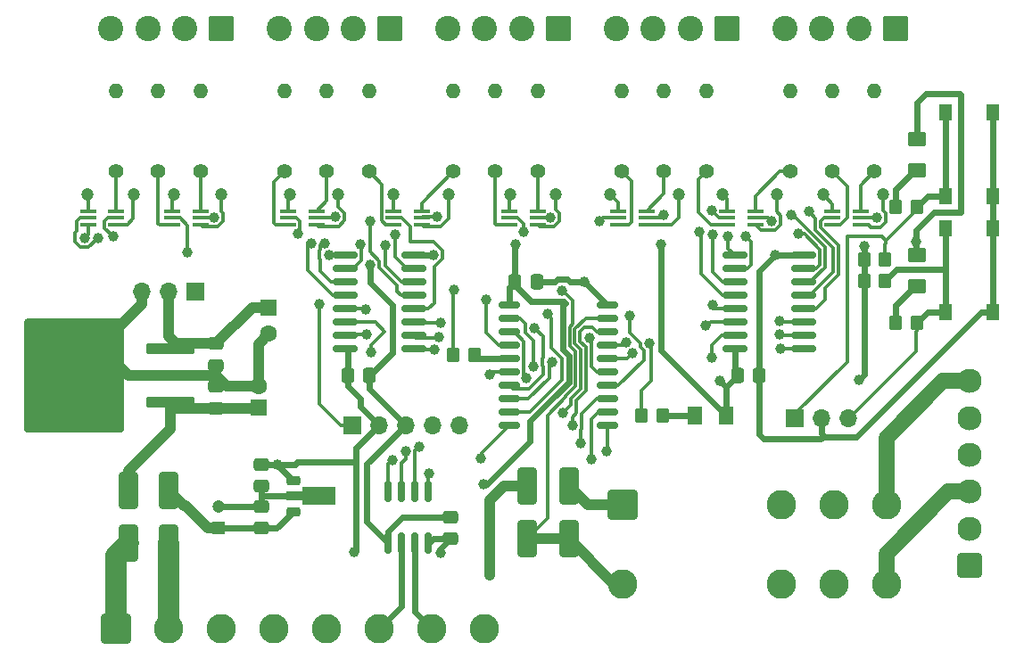
<source format=gbr>
%TF.GenerationSoftware,KiCad,Pcbnew,9.0.0*%
%TF.CreationDate,2025-03-26T17:15:45-07:00*%
%TF.ProjectId,SMRRC_SwitchAndSignal,534d5252-435f-4537-9769-746368416e64,n/c*%
%TF.SameCoordinates,Original*%
%TF.FileFunction,Copper,L1,Top*%
%TF.FilePolarity,Positive*%
%FSLAX46Y46*%
G04 Gerber Fmt 4.6, Leading zero omitted, Abs format (unit mm)*
G04 Created by KiCad (PCBNEW 9.0.0) date 2025-03-26 17:15:45*
%MOMM*%
%LPD*%
G01*
G04 APERTURE LIST*
G04 Aperture macros list*
%AMRoundRect*
0 Rectangle with rounded corners*
0 $1 Rounding radius*
0 $2 $3 $4 $5 $6 $7 $8 $9 X,Y pos of 4 corners*
0 Add a 4 corners polygon primitive as box body*
4,1,4,$2,$3,$4,$5,$6,$7,$8,$9,$2,$3,0*
0 Add four circle primitives for the rounded corners*
1,1,$1+$1,$2,$3*
1,1,$1+$1,$4,$5*
1,1,$1+$1,$6,$7*
1,1,$1+$1,$8,$9*
0 Add four rect primitives between the rounded corners*
20,1,$1+$1,$2,$3,$4,$5,0*
20,1,$1+$1,$4,$5,$6,$7,0*
20,1,$1+$1,$6,$7,$8,$9,0*
20,1,$1+$1,$8,$9,$2,$3,0*%
%AMFreePoly0*
4,1,9,3.862500,-0.866500,0.737500,-0.866500,0.737500,-0.450000,-0.737500,-0.450000,-0.737500,0.450000,0.737500,0.450000,0.737500,0.866500,3.862500,0.866500,3.862500,-0.866500,3.862500,-0.866500,$1*%
G04 Aperture macros list end*
%TA.AperFunction,SMDPad,CuDef*%
%ADD10RoundRect,0.100000X-0.650000X-0.100000X0.650000X-0.100000X0.650000X0.100000X-0.650000X0.100000X0*%
%TD*%
%TA.AperFunction,SMDPad,CuDef*%
%ADD11RoundRect,0.150000X1.050000X0.150000X-1.050000X0.150000X-1.050000X-0.150000X1.050000X-0.150000X0*%
%TD*%
%TA.AperFunction,SMDPad,CuDef*%
%ADD12RoundRect,0.150000X-0.150000X0.825000X-0.150000X-0.825000X0.150000X-0.825000X0.150000X0.825000X0*%
%TD*%
%TA.AperFunction,SMDPad,CuDef*%
%ADD13RoundRect,0.150000X-0.875000X-0.150000X0.875000X-0.150000X0.875000X0.150000X-0.875000X0.150000X0*%
%TD*%
%TA.AperFunction,SMDPad,CuDef*%
%ADD14RoundRect,0.250000X2.050000X0.300000X-2.050000X0.300000X-2.050000X-0.300000X2.050000X-0.300000X0*%
%TD*%
%TA.AperFunction,SMDPad,CuDef*%
%ADD15RoundRect,0.250000X2.025000X2.375000X-2.025000X2.375000X-2.025000X-2.375000X2.025000X-2.375000X0*%
%TD*%
%TA.AperFunction,SMDPad,CuDef*%
%ADD16RoundRect,0.250002X4.449998X5.149998X-4.449998X5.149998X-4.449998X-5.149998X4.449998X-5.149998X0*%
%TD*%
%TA.AperFunction,SMDPad,CuDef*%
%ADD17RoundRect,0.225000X-0.425000X-0.225000X0.425000X-0.225000X0.425000X0.225000X-0.425000X0.225000X0*%
%TD*%
%TA.AperFunction,SMDPad,CuDef*%
%ADD18FreePoly0,0.000000*%
%TD*%
%TA.AperFunction,SMDPad,CuDef*%
%ADD19R,1.300000X1.550000*%
%TD*%
%TA.AperFunction,ComponentPad*%
%ADD20C,1.400000*%
%TD*%
%TA.AperFunction,ComponentPad*%
%ADD21O,1.400000X1.400000*%
%TD*%
%TA.AperFunction,SMDPad,CuDef*%
%ADD22RoundRect,0.250000X-0.350000X-0.450000X0.350000X-0.450000X0.350000X0.450000X-0.350000X0.450000X0*%
%TD*%
%TA.AperFunction,SMDPad,CuDef*%
%ADD23RoundRect,0.250000X0.350000X0.450000X-0.350000X0.450000X-0.350000X-0.450000X0.350000X-0.450000X0*%
%TD*%
%TA.AperFunction,ComponentPad*%
%ADD24C,2.800000*%
%TD*%
%TA.AperFunction,ComponentPad*%
%ADD25RoundRect,0.250000X-1.150000X-1.150000X1.150000X-1.150000X1.150000X1.150000X-1.150000X1.150000X0*%
%TD*%
%TA.AperFunction,ComponentPad*%
%ADD26RoundRect,0.250001X0.949999X0.949999X-0.949999X0.949999X-0.949999X-0.949999X0.949999X-0.949999X0*%
%TD*%
%TA.AperFunction,ComponentPad*%
%ADD27C,2.400000*%
%TD*%
%TA.AperFunction,ComponentPad*%
%ADD28RoundRect,0.250001X0.899999X-0.899999X0.899999X0.899999X-0.899999X0.899999X-0.899999X-0.899999X0*%
%TD*%
%TA.AperFunction,ComponentPad*%
%ADD29C,2.300000*%
%TD*%
%TA.AperFunction,ComponentPad*%
%ADD30RoundRect,0.250001X-1.149999X-1.149999X1.149999X-1.149999X1.149999X1.149999X-1.149999X1.149999X0*%
%TD*%
%TA.AperFunction,ComponentPad*%
%ADD31R,1.700000X1.700000*%
%TD*%
%TA.AperFunction,ComponentPad*%
%ADD32O,1.700000X1.700000*%
%TD*%
%TA.AperFunction,SMDPad,CuDef*%
%ADD33RoundRect,0.250000X0.650000X-1.500000X0.650000X1.500000X-0.650000X1.500000X-0.650000X-1.500000X0*%
%TD*%
%TA.AperFunction,SMDPad,CuDef*%
%ADD34RoundRect,0.250000X-0.650000X1.500000X-0.650000X-1.500000X0.650000X-1.500000X0.650000X1.500000X0*%
%TD*%
%TA.AperFunction,SMDPad,CuDef*%
%ADD35RoundRect,0.250001X0.624999X-0.462499X0.624999X0.462499X-0.624999X0.462499X-0.624999X-0.462499X0*%
%TD*%
%TA.AperFunction,SMDPad,CuDef*%
%ADD36RoundRect,0.250001X-0.462499X-0.624999X0.462499X-0.624999X0.462499X0.624999X-0.462499X0.624999X0*%
%TD*%
%TA.AperFunction,SMDPad,CuDef*%
%ADD37RoundRect,0.250000X-0.337500X-0.475000X0.337500X-0.475000X0.337500X0.475000X-0.337500X0.475000X0*%
%TD*%
%TA.AperFunction,ComponentPad*%
%ADD38R,1.600000X1.600000*%
%TD*%
%TA.AperFunction,ComponentPad*%
%ADD39C,1.600000*%
%TD*%
%TA.AperFunction,SMDPad,CuDef*%
%ADD40RoundRect,0.250000X0.475000X-0.337500X0.475000X0.337500X-0.475000X0.337500X-0.475000X-0.337500X0*%
%TD*%
%TA.AperFunction,SMDPad,CuDef*%
%ADD41RoundRect,0.250000X-0.475000X0.337500X-0.475000X-0.337500X0.475000X-0.337500X0.475000X0.337500X0*%
%TD*%
%TA.AperFunction,ComponentPad*%
%ADD42R,1.200000X1.200000*%
%TD*%
%TA.AperFunction,ComponentPad*%
%ADD43C,1.200000*%
%TD*%
%TA.AperFunction,ViaPad*%
%ADD44C,1.000000*%
%TD*%
%TA.AperFunction,ViaPad*%
%ADD45C,1.200000*%
%TD*%
%TA.AperFunction,Conductor*%
%ADD46C,0.300000*%
%TD*%
%TA.AperFunction,Conductor*%
%ADD47C,0.600000*%
%TD*%
%TA.AperFunction,Conductor*%
%ADD48C,1.000000*%
%TD*%
%TA.AperFunction,Conductor*%
%ADD49C,2.000000*%
%TD*%
%TA.AperFunction,Conductor*%
%ADD50C,1.500000*%
%TD*%
G04 APERTURE END LIST*
D10*
%TO.P,U14,1,S1*%
%TO.N,GND*%
X73340000Y-97350000D03*
%TO.P,U14,2,G1*%
%TO.N,Net-(U14-G1)*%
X73340000Y-98000000D03*
%TO.P,U14,3,D2*%
%TO.N,K1*%
X73340000Y-98650000D03*
%TO.P,U14,4,S2*%
%TO.N,GND*%
X76000000Y-98650000D03*
%TO.P,U14,5,G2*%
%TO.N,Net-(U14-G2)*%
X76000000Y-98000000D03*
%TO.P,U14,6,D1*%
%TO.N,Net-(U14-D1)*%
X76000000Y-97350000D03*
%TD*%
%TO.P,U13,1,S1*%
%TO.N,GND*%
X81340000Y-97350000D03*
%TO.P,U13,2,G1*%
%TO.N,Net-(U13-G1)*%
X81340000Y-98000000D03*
%TO.P,U13,3,D2*%
%TO.N,Net-(U13-D2)*%
X81340000Y-98650000D03*
%TO.P,U13,4,S2*%
%TO.N,GND*%
X84000000Y-98650000D03*
%TO.P,U13,5,G2*%
%TO.N,Net-(U13-G2)*%
X84000000Y-98000000D03*
%TO.P,U13,6,D1*%
%TO.N,Net-(U13-D1)*%
X84000000Y-97350000D03*
%TD*%
%TO.P,U12,1,S1*%
%TO.N,GND*%
X92340000Y-97350000D03*
%TO.P,U12,2,G1*%
%TO.N,Net-(U12-G1)*%
X92340000Y-98000000D03*
%TO.P,U12,3,D2*%
%TO.N,Net-(U12-D2)*%
X92340000Y-98650000D03*
%TO.P,U12,4,S2*%
%TO.N,GND*%
X95000000Y-98650000D03*
%TO.P,U12,5,G2*%
%TO.N,Net-(U12-G2)*%
X95000000Y-98000000D03*
%TO.P,U12,6,D1*%
%TO.N,Net-(U12-D1)*%
X95000000Y-97350000D03*
%TD*%
%TO.P,U11,1,S1*%
%TO.N,GND*%
X102340000Y-97350000D03*
%TO.P,U11,2,G1*%
%TO.N,Net-(U11-G1)*%
X102340000Y-98000000D03*
%TO.P,U11,3,D2*%
%TO.N,Net-(U11-D2)*%
X102340000Y-98650000D03*
%TO.P,U11,4,S2*%
%TO.N,GND*%
X105000000Y-98650000D03*
%TO.P,U11,5,G2*%
%TO.N,Net-(U11-G2)*%
X105000000Y-98000000D03*
%TO.P,U11,6,D1*%
%TO.N,Net-(U11-D1)*%
X105000000Y-97350000D03*
%TD*%
%TO.P,U10,1,S1*%
%TO.N,GND*%
X113340000Y-97350000D03*
%TO.P,U10,2,G1*%
%TO.N,Net-(U10-G1)*%
X113340000Y-98000000D03*
%TO.P,U10,3,D2*%
%TO.N,Net-(U10-D2)*%
X113340000Y-98650000D03*
%TO.P,U10,4,S2*%
%TO.N,GND*%
X116000000Y-98650000D03*
%TO.P,U10,5,G2*%
%TO.N,Net-(U10-G2)*%
X116000000Y-98000000D03*
%TO.P,U10,6,D1*%
%TO.N,Net-(U10-D1)*%
X116000000Y-97350000D03*
%TD*%
%TO.P,U9,1,S1*%
%TO.N,GND*%
X123670000Y-97350000D03*
%TO.P,U9,2,G1*%
%TO.N,Net-(U5-Q4)*%
X123670000Y-98000000D03*
%TO.P,U9,3,D2*%
%TO.N,Net-(U9-D2)*%
X123670000Y-98650000D03*
%TO.P,U9,4,S2*%
%TO.N,GND*%
X126330000Y-98650000D03*
%TO.P,U9,5,G2*%
%TO.N,Net-(U5-Q5)*%
X126330000Y-98000000D03*
%TO.P,U9,6,D1*%
%TO.N,Net-(U9-D1)*%
X126330000Y-97350000D03*
%TD*%
%TO.P,U8,1,S1*%
%TO.N,GND*%
X134000000Y-97350000D03*
%TO.P,U8,2,G1*%
%TO.N,Net-(U5-Q2)*%
X134000000Y-98000000D03*
%TO.P,U8,3,D2*%
%TO.N,Net-(U8-D2)*%
X134000000Y-98650000D03*
%TO.P,U8,4,S2*%
%TO.N,GND*%
X136660000Y-98650000D03*
%TO.P,U8,5,G2*%
%TO.N,Net-(U5-Q3)*%
X136660000Y-98000000D03*
%TO.P,U8,6,D1*%
%TO.N,Net-(U8-D1)*%
X136660000Y-97350000D03*
%TD*%
%TO.P,U7,1,S1*%
%TO.N,GND*%
X144000000Y-97350000D03*
%TO.P,U7,2,G1*%
%TO.N,Net-(U5-Q0)*%
X144000000Y-98000000D03*
%TO.P,U7,3,D2*%
%TO.N,Net-(U7-D2)*%
X144000000Y-98650000D03*
%TO.P,U7,4,S2*%
%TO.N,GND*%
X146660000Y-98650000D03*
%TO.P,U7,5,G2*%
%TO.N,Net-(U5-Q1)*%
X146660000Y-98000000D03*
%TO.P,U7,6,D1*%
%TO.N,Net-(U7-D1)*%
X146660000Y-97350000D03*
%TD*%
D11*
%TO.P,U6,1,A0*%
%TO.N,Net-(U3-RC0)*%
X104250000Y-110445000D03*
%TO.P,U6,2,A1*%
%TO.N,Net-(U3-RC1)*%
X104250000Y-109175000D03*
%TO.P,U6,3,A2*%
%TO.N,Net-(U3-RC2)*%
X104250000Y-107905000D03*
%TO.P,U6,4,Q0*%
%TO.N,Net-(U11-G1)*%
X104250000Y-106635000D03*
%TO.P,U6,5,Q1*%
%TO.N,Net-(U11-G2)*%
X104250000Y-105365000D03*
%TO.P,U6,6,Q2*%
%TO.N,Net-(U12-G1)*%
X104250000Y-104095000D03*
%TO.P,U6,7,Q3*%
%TO.N,Net-(U12-G2)*%
X104250000Y-102825000D03*
%TO.P,U6,8,GND*%
%TO.N,GND*%
X104250000Y-101555000D03*
%TO.P,U6,9,Q4*%
%TO.N,Net-(U13-G1)*%
X97750000Y-101555000D03*
%TO.P,U6,10,Q5*%
%TO.N,Net-(U13-G2)*%
X97750000Y-102825000D03*
%TO.P,U6,11,Q6*%
%TO.N,Net-(U14-G1)*%
X97750000Y-104095000D03*
%TO.P,U6,12,Q7*%
%TO.N,Net-(U14-G2)*%
X97750000Y-105365000D03*
%TO.P,U6,13,D*%
%TO.N,Net-(U3-RC7)*%
X97750000Y-106635000D03*
%TO.P,U6,14,E*%
%TO.N,Net-(U3-RC4)*%
X97750000Y-107905000D03*
%TO.P,U6,15,Clr*%
%TO.N,Net-(U3-RC6)*%
X97750000Y-109175000D03*
%TO.P,U6,16,VCC*%
%TO.N,+5V*%
X97750000Y-110445000D03*
%TD*%
%TO.P,U5,1,A0*%
%TO.N,Net-(U3-RC0)*%
X141250000Y-110445000D03*
%TO.P,U5,2,A1*%
%TO.N,Net-(U3-RC1)*%
X141250000Y-109175000D03*
%TO.P,U5,3,A2*%
%TO.N,Net-(U3-RC2)*%
X141250000Y-107905000D03*
%TO.P,U5,4,Q0*%
%TO.N,Net-(U5-Q0)*%
X141250000Y-106635000D03*
%TO.P,U5,5,Q1*%
%TO.N,Net-(U5-Q1)*%
X141250000Y-105365000D03*
%TO.P,U5,6,Q2*%
%TO.N,Net-(U5-Q2)*%
X141250000Y-104095000D03*
%TO.P,U5,7,Q3*%
%TO.N,Net-(U5-Q3)*%
X141250000Y-102825000D03*
%TO.P,U5,8,GND*%
%TO.N,GND*%
X141250000Y-101555000D03*
%TO.P,U5,9,Q4*%
%TO.N,Net-(U5-Q4)*%
X134750000Y-101555000D03*
%TO.P,U5,10,Q5*%
%TO.N,Net-(U5-Q5)*%
X134750000Y-102825000D03*
%TO.P,U5,11,Q6*%
%TO.N,Net-(U10-G1)*%
X134750000Y-104095000D03*
%TO.P,U5,12,Q7*%
%TO.N,Net-(U10-G2)*%
X134750000Y-105365000D03*
%TO.P,U5,13,D*%
%TO.N,Net-(U3-RC7)*%
X134750000Y-106635000D03*
%TO.P,U5,14,E*%
%TO.N,Net-(U3-RC3)*%
X134750000Y-107905000D03*
%TO.P,U5,15,Clr*%
%TO.N,Net-(U3-RC6)*%
X134750000Y-109175000D03*
%TO.P,U5,16,VCC*%
%TO.N,+5V*%
X134750000Y-110445000D03*
%TD*%
D12*
%TO.P,U4,1,RO*%
%TO.N,Net-(U3-RB5)*%
X105655000Y-123957500D03*
%TO.P,U4,2,~{RE}*%
%TO.N,Net-(U3-RB4)*%
X104385000Y-123957500D03*
%TO.P,U4,3,DE*%
%TO.N,Net-(U3-RB6)*%
X103115000Y-123957500D03*
%TO.P,U4,4,DI*%
%TO.N,Net-(U3-RB7)*%
X101845000Y-123957500D03*
%TO.P,U4,5,GND*%
%TO.N,GND*%
X101845000Y-128907500D03*
%TO.P,U4,6,A*%
%TO.N,Net-(J4-Pin_5)*%
X103115000Y-128907500D03*
%TO.P,U4,7,B*%
%TO.N,Net-(J4-Pin_7)*%
X104385000Y-128907500D03*
%TO.P,U4,8,VCC*%
%TO.N,+5V*%
X105655000Y-128907500D03*
%TD*%
D13*
%TO.P,U3,1,VDD*%
%TO.N,+5V*%
X113350000Y-106285000D03*
%TO.P,U3,2,RA5*%
%TO.N,Net-(J2-Pin_3)*%
X113350000Y-107555000D03*
%TO.P,U3,3,RA4*%
%TO.N,Net-(J2-Pin_1)*%
X113350000Y-108825000D03*
%TO.P,U3,4,RA3/~{MCLR}/VPP*%
%TO.N,Net-(J1-Pin_1)*%
X113350000Y-110095000D03*
%TO.P,U3,5,RC5*%
%TO.N,Servo*%
X113350000Y-111365000D03*
%TO.P,U3,6,RC4*%
%TO.N,Net-(U3-RC4)*%
X113350000Y-112635000D03*
%TO.P,U3,7,RC3*%
%TO.N,Net-(U3-RC3)*%
X113350000Y-113905000D03*
%TO.P,U3,8,RC6*%
%TO.N,Net-(U3-RC6)*%
X113350000Y-115175000D03*
%TO.P,U3,9,RC7*%
%TO.N,Net-(U3-RC7)*%
X113350000Y-116445000D03*
%TO.P,U3,10,RB7*%
%TO.N,Net-(U3-RB7)*%
X113350000Y-117715000D03*
%TO.P,U3,11,RB6*%
%TO.N,Net-(U3-RB6)*%
X122650000Y-117715000D03*
%TO.P,U3,12,RB5*%
%TO.N,Net-(U3-RB5)*%
X122650000Y-116445000D03*
%TO.P,U3,13,RB4*%
%TO.N,Net-(U3-RB4)*%
X122650000Y-115175000D03*
%TO.P,U3,14,RC2*%
%TO.N,Net-(U3-RC2)*%
X122650000Y-113905000D03*
%TO.P,U3,15,RC1*%
%TO.N,Net-(U3-RC1)*%
X122650000Y-112635000D03*
%TO.P,U3,16,RC0*%
%TO.N,Net-(U3-RC0)*%
X122650000Y-111365000D03*
%TO.P,U3,17,RA2*%
%TO.N,Net-(U3-RA2)*%
X122650000Y-110095000D03*
%TO.P,U3,18,RA1/ICSPCLK*%
%TO.N,Net-(J1-Pin_5)*%
X122650000Y-108825000D03*
%TO.P,U3,19,RA0/ICSPDAT*%
%TO.N,Net-(J1-Pin_4)*%
X122650000Y-107555000D03*
%TO.P,U3,20,VSS*%
%TO.N,GND*%
X122650000Y-106285000D03*
%TD*%
D14*
%TO.P,U2,1,IN*%
%TO.N,Net-(D2-K)*%
X81150000Y-115540000D03*
D15*
%TO.P,U2,2,GND*%
%TO.N,GND*%
X74425000Y-115775000D03*
X74425000Y-110225000D03*
D16*
X72000000Y-113000000D03*
D15*
X69575000Y-115775000D03*
X69575000Y-110225000D03*
D14*
%TO.P,U2,3,OUT*%
%TO.N,+6V*%
X81150000Y-110460000D03*
%TD*%
D17*
%TO.P,U1,1,OUT*%
%TO.N,+5V*%
X92800000Y-122932500D03*
D18*
%TO.P,U1,2,GND*%
%TO.N,GND*%
X92887500Y-124432500D03*
D17*
%TO.P,U1,3,IN*%
%TO.N,Net-(D1-K)*%
X92800000Y-125932500D03*
%TD*%
D19*
%TO.P,SW2,1,1*%
%TO.N,GND*%
X159250000Y-99020000D03*
X159250000Y-106980000D03*
%TO.P,SW2,2,2*%
%TO.N,Net-(J2-Pin_3)*%
X154750000Y-99020000D03*
X154750000Y-106980000D03*
%TD*%
%TO.P,SW1,1,1*%
%TO.N,GND*%
X159250000Y-88020000D03*
X159250000Y-95980000D03*
%TO.P,SW1,2,2*%
%TO.N,Net-(J2-Pin_1)*%
X154750000Y-88020000D03*
X154750000Y-95980000D03*
%TD*%
D20*
%TO.P,R21,1*%
%TO.N,Net-(U14-D1)*%
X76000000Y-93620000D03*
D21*
%TO.P,R21,2*%
%TO.N,Net-(J10-Pin_4)*%
X76000000Y-86000000D03*
%TD*%
D20*
%TO.P,R20,1*%
%TO.N,Net-(U13-D2)*%
X80000000Y-93620000D03*
D21*
%TO.P,R20,2*%
%TO.N,Net-(J10-Pin_3)*%
X80000000Y-86000000D03*
%TD*%
D20*
%TO.P,R19,1*%
%TO.N,Net-(U13-D1)*%
X84000000Y-93620000D03*
D21*
%TO.P,R19,2*%
%TO.N,Net-(J10-Pin_2)*%
X84000000Y-86000000D03*
%TD*%
D20*
%TO.P,R18,1*%
%TO.N,Net-(U12-D2)*%
X92000000Y-93620000D03*
D21*
%TO.P,R18,2*%
%TO.N,Net-(J9-Pin_4)*%
X92000000Y-86000000D03*
%TD*%
D20*
%TO.P,R17,1*%
%TO.N,Net-(U12-D1)*%
X96000000Y-93620000D03*
D21*
%TO.P,R17,2*%
%TO.N,Net-(J9-Pin_3)*%
X96000000Y-86000000D03*
%TD*%
D20*
%TO.P,R16,1*%
%TO.N,Net-(U11-D2)*%
X100000000Y-93620000D03*
D21*
%TO.P,R16,2*%
%TO.N,Net-(J9-Pin_2)*%
X100000000Y-86000000D03*
%TD*%
D20*
%TO.P,R15,1*%
%TO.N,Net-(U11-D1)*%
X108000000Y-93620000D03*
D21*
%TO.P,R15,2*%
%TO.N,Net-(J8-Pin_4)*%
X108000000Y-86000000D03*
%TD*%
D20*
%TO.P,R14,1*%
%TO.N,Net-(U10-D2)*%
X112000000Y-93620000D03*
D21*
%TO.P,R14,2*%
%TO.N,Net-(J8-Pin_3)*%
X112000000Y-86000000D03*
%TD*%
D20*
%TO.P,R13,1*%
%TO.N,Net-(U10-D1)*%
X116000000Y-93620000D03*
D21*
%TO.P,R13,2*%
%TO.N,Net-(J8-Pin_2)*%
X116000000Y-86000000D03*
%TD*%
D20*
%TO.P,R12,1*%
%TO.N,Net-(U9-D2)*%
X124000000Y-93620000D03*
D21*
%TO.P,R12,2*%
%TO.N,Net-(J7-Pin_4)*%
X124000000Y-86000000D03*
%TD*%
D20*
%TO.P,R11,1*%
%TO.N,Net-(U9-D1)*%
X128000000Y-93620000D03*
D21*
%TO.P,R11,2*%
%TO.N,Net-(J7-Pin_3)*%
X128000000Y-86000000D03*
%TD*%
D20*
%TO.P,R10,1*%
%TO.N,Net-(U8-D2)*%
X132000000Y-93620000D03*
D21*
%TO.P,R10,2*%
%TO.N,Net-(J7-Pin_2)*%
X132000000Y-86000000D03*
%TD*%
D20*
%TO.P,R9,1*%
%TO.N,Net-(U8-D1)*%
X140000000Y-93620000D03*
D21*
%TO.P,R9,2*%
%TO.N,Net-(J6-Pin_4)*%
X140000000Y-86000000D03*
%TD*%
D20*
%TO.P,R8,1*%
%TO.N,Net-(U7-D2)*%
X144000000Y-93620000D03*
D21*
%TO.P,R8,2*%
%TO.N,Net-(J6-Pin_3)*%
X144000000Y-86000000D03*
%TD*%
D20*
%TO.P,R7,1*%
%TO.N,Net-(U7-D1)*%
X148000000Y-93620000D03*
D21*
%TO.P,R7,2*%
%TO.N,Net-(J6-Pin_2)*%
X148000000Y-86000000D03*
%TD*%
D22*
%TO.P,R6,1*%
%TO.N,Net-(J3-Pin_1)*%
X108000000Y-111000000D03*
%TO.P,R6,2*%
%TO.N,Servo*%
X110000000Y-111000000D03*
%TD*%
%TO.P,R5,1*%
%TO.N,Net-(D5-K)*%
X150000000Y-108000000D03*
%TO.P,R5,2*%
%TO.N,Net-(J2-Pin_3)*%
X152000000Y-108000000D03*
%TD*%
%TO.P,R4,1*%
%TO.N,+5V*%
X147000000Y-104000000D03*
%TO.P,R4,2*%
%TO.N,Net-(J2-Pin_3)*%
X149000000Y-104000000D03*
%TD*%
%TO.P,R3,1*%
%TO.N,Net-(D4-K)*%
X150000000Y-97000000D03*
%TO.P,R3,2*%
%TO.N,Net-(J2-Pin_1)*%
X152000000Y-97000000D03*
%TD*%
%TO.P,R2,1*%
%TO.N,+5V*%
X147000000Y-102000000D03*
%TO.P,R2,2*%
%TO.N,Net-(J2-Pin_1)*%
X149000000Y-102000000D03*
%TD*%
D23*
%TO.P,R1,1*%
%TO.N,Net-(D3-K)*%
X127900000Y-116760000D03*
%TO.P,R1,2*%
%TO.N,Net-(U3-RA2)*%
X125900000Y-116760000D03*
%TD*%
D24*
%TO.P,K1,11*%
%TO.N,2C*%
X144122206Y-125250000D03*
%TO.P,K1,12*%
%TO.N,2N*%
X139122206Y-125250000D03*
%TO.P,K1,14*%
%TO.N,2R*%
X149122206Y-125250000D03*
%TO.P,K1,21*%
%TO.N,1C*%
X144122206Y-132750000D03*
%TO.P,K1,22*%
%TO.N,1N*%
X139122206Y-132750000D03*
%TO.P,K1,24*%
%TO.N,1R*%
X149122206Y-132750000D03*
D25*
%TO.P,K1,A1*%
%TO.N,+12V*%
X124122206Y-125250000D03*
D24*
%TO.P,K1,A2*%
%TO.N,K1*%
X124122206Y-132750000D03*
%TD*%
D26*
%TO.P,J10,1,Pin_1*%
%TO.N,+12V*%
X86000000Y-80000000D03*
D27*
%TO.P,J10,2,Pin_2*%
%TO.N,Net-(J10-Pin_2)*%
X82500000Y-80000000D03*
%TO.P,J10,3,Pin_3*%
%TO.N,Net-(J10-Pin_3)*%
X79000000Y-80000000D03*
%TO.P,J10,4,Pin_4*%
%TO.N,Net-(J10-Pin_4)*%
X75500000Y-80000000D03*
%TD*%
D26*
%TO.P,J9,1,Pin_1*%
%TO.N,+12V*%
X102000000Y-80000000D03*
D27*
%TO.P,J9,2,Pin_2*%
%TO.N,Net-(J9-Pin_2)*%
X98500000Y-80000000D03*
%TO.P,J9,3,Pin_3*%
%TO.N,Net-(J9-Pin_3)*%
X95000000Y-80000000D03*
%TO.P,J9,4,Pin_4*%
%TO.N,Net-(J9-Pin_4)*%
X91500000Y-80000000D03*
%TD*%
D26*
%TO.P,J8,1,Pin_1*%
%TO.N,+12V*%
X118000000Y-80000000D03*
D27*
%TO.P,J8,2,Pin_2*%
%TO.N,Net-(J8-Pin_2)*%
X114500000Y-80000000D03*
%TO.P,J8,3,Pin_3*%
%TO.N,Net-(J8-Pin_3)*%
X111000000Y-80000000D03*
%TO.P,J8,4,Pin_4*%
%TO.N,Net-(J8-Pin_4)*%
X107500000Y-80000000D03*
%TD*%
D26*
%TO.P,J7,1,Pin_1*%
%TO.N,+12V*%
X134000000Y-80000000D03*
D27*
%TO.P,J7,2,Pin_2*%
%TO.N,Net-(J7-Pin_2)*%
X130500000Y-80000000D03*
%TO.P,J7,3,Pin_3*%
%TO.N,Net-(J7-Pin_3)*%
X127000000Y-80000000D03*
%TO.P,J7,4,Pin_4*%
%TO.N,Net-(J7-Pin_4)*%
X123500000Y-80000000D03*
%TD*%
D26*
%TO.P,J6,1,Pin_1*%
%TO.N,+12V*%
X150000000Y-80000000D03*
D27*
%TO.P,J6,2,Pin_2*%
%TO.N,Net-(J6-Pin_2)*%
X146500000Y-80000000D03*
%TO.P,J6,3,Pin_3*%
%TO.N,Net-(J6-Pin_3)*%
X143000000Y-80000000D03*
%TO.P,J6,4,Pin_4*%
%TO.N,Net-(J6-Pin_4)*%
X139500000Y-80000000D03*
%TD*%
D28*
%TO.P,J5,1,Pin_1*%
%TO.N,1N*%
X157000000Y-131000000D03*
D29*
%TO.P,J5,2,Pin_2*%
%TO.N,1C*%
X157000000Y-127500000D03*
%TO.P,J5,3,Pin_3*%
%TO.N,1R*%
X157000000Y-124000000D03*
%TO.P,J5,4,Pin_4*%
%TO.N,2N*%
X157000000Y-120500000D03*
%TO.P,J5,5,Pin_5*%
%TO.N,2C*%
X157000000Y-117000000D03*
%TO.P,J5,6,Pin_6*%
%TO.N,2R*%
X157000000Y-113500000D03*
%TD*%
D30*
%TO.P,J4,1,Pin_1*%
%TO.N,+12V*%
X76000000Y-137000000D03*
D24*
%TO.P,J4,2,Pin_2*%
X81000000Y-137000000D03*
%TO.P,J4,3,Pin_3*%
%TO.N,GND*%
X86000000Y-137000000D03*
%TO.P,J4,4,Pin_4*%
X91000000Y-137000000D03*
%TO.P,J4,5,Pin_5*%
%TO.N,Net-(J4-Pin_5)*%
X96000000Y-137000000D03*
%TO.P,J4,6,Pin_6*%
X101000000Y-137000000D03*
%TO.P,J4,7,Pin_7*%
%TO.N,Net-(J4-Pin_7)*%
X106000000Y-137000000D03*
%TO.P,J4,8,Pin_8*%
X111000000Y-137000000D03*
%TD*%
D31*
%TO.P,J3,1,Pin_1*%
%TO.N,Net-(J3-Pin_1)*%
X83525000Y-105000000D03*
D32*
%TO.P,J3,2,Pin_2*%
%TO.N,+6V*%
X80985000Y-105000000D03*
%TO.P,J3,3,Pin_3*%
%TO.N,GND*%
X78445000Y-105000000D03*
%TD*%
D31*
%TO.P,J2,1,Pin_1*%
%TO.N,Net-(J2-Pin_1)*%
X140460000Y-117000000D03*
D32*
%TO.P,J2,2,Pin_2*%
%TO.N,GND*%
X143000000Y-117000000D03*
%TO.P,J2,3,Pin_3*%
%TO.N,Net-(J2-Pin_3)*%
X145540000Y-117000000D03*
%TD*%
D31*
%TO.P,J1,1,Pin_1*%
%TO.N,Net-(J1-Pin_1)*%
X98400000Y-117700000D03*
D32*
%TO.P,J1,2,Pin_2*%
%TO.N,+5V*%
X100940000Y-117700000D03*
%TO.P,J1,3,Pin_3*%
%TO.N,GND*%
X103480000Y-117700000D03*
%TO.P,J1,4,Pin_4*%
%TO.N,Net-(J1-Pin_4)*%
X106020000Y-117700000D03*
%TO.P,J1,5,Pin_5*%
%TO.N,Net-(J1-Pin_5)*%
X108560000Y-117700000D03*
%TD*%
D33*
%TO.P,D7,1,K*%
%TO.N,K1*%
X115000000Y-128500000D03*
%TO.P,D7,2,A*%
%TO.N,GND*%
X115000000Y-123500000D03*
%TD*%
D34*
%TO.P,D6,1,K*%
%TO.N,+12V*%
X119000000Y-123500000D03*
%TO.P,D6,2,A*%
%TO.N,K1*%
X119000000Y-128500000D03*
%TD*%
D35*
%TO.P,D5,1,K*%
%TO.N,Net-(D5-K)*%
X152000000Y-104487500D03*
%TO.P,D5,2,A*%
%TO.N,+5V*%
X152000000Y-101512500D03*
%TD*%
%TO.P,D4,1,K*%
%TO.N,Net-(D4-K)*%
X152000000Y-93487500D03*
%TO.P,D4,2,A*%
%TO.N,+5V*%
X152000000Y-90512500D03*
%TD*%
D36*
%TO.P,D3,1,K*%
%TO.N,Net-(D3-K)*%
X130925000Y-116760000D03*
%TO.P,D3,2,A*%
%TO.N,+5V*%
X133900000Y-116760000D03*
%TD*%
D34*
%TO.P,D2,1,K*%
%TO.N,Net-(D2-K)*%
X77200000Y-123900000D03*
%TO.P,D2,2,A*%
%TO.N,+12V*%
X77200000Y-128900000D03*
%TD*%
%TO.P,D1,1,K*%
%TO.N,Net-(D1-K)*%
X81000000Y-123900000D03*
%TO.P,D1,2,A*%
%TO.N,+12V*%
X81000000Y-128900000D03*
%TD*%
D37*
%TO.P,C11,1*%
%TO.N,+5V*%
X97962500Y-113000000D03*
%TO.P,C11,2*%
%TO.N,GND*%
X100037500Y-113000000D03*
%TD*%
%TO.P,C10,1*%
%TO.N,+5V*%
X134962500Y-113000000D03*
%TO.P,C10,2*%
%TO.N,GND*%
X137037500Y-113000000D03*
%TD*%
D38*
%TO.P,C9,1*%
%TO.N,+6V*%
X90500000Y-106500000D03*
D39*
%TO.P,C9,2*%
%TO.N,GND*%
X90500000Y-109000000D03*
%TD*%
D40*
%TO.P,C8,1*%
%TO.N,+5V*%
X107750000Y-128470000D03*
%TO.P,C8,2*%
%TO.N,GND*%
X107750000Y-126395000D03*
%TD*%
D37*
%TO.P,C7,1*%
%TO.N,+5V*%
X113862500Y-104100000D03*
%TO.P,C7,2*%
%TO.N,GND*%
X115937500Y-104100000D03*
%TD*%
D41*
%TO.P,C6,1*%
%TO.N,+6V*%
X85500000Y-109925000D03*
%TO.P,C6,2*%
%TO.N,GND*%
X85500000Y-112000000D03*
%TD*%
%TO.P,C5,1*%
%TO.N,+5V*%
X89750000Y-121395000D03*
%TO.P,C5,2*%
%TO.N,GND*%
X89750000Y-123470000D03*
%TD*%
D40*
%TO.P,C4,1*%
%TO.N,Net-(D2-K)*%
X85500000Y-116075000D03*
%TO.P,C4,2*%
%TO.N,GND*%
X85500000Y-114000000D03*
%TD*%
%TO.P,C3,1*%
%TO.N,Net-(D1-K)*%
X89750000Y-127470000D03*
%TO.P,C3,2*%
%TO.N,GND*%
X89750000Y-125395000D03*
%TD*%
D38*
%TO.P,C2,1*%
%TO.N,Net-(D2-K)*%
X89500000Y-116000000D03*
D39*
%TO.P,C2,2*%
%TO.N,GND*%
X89500000Y-114000000D03*
%TD*%
D42*
%TO.P,C1,1*%
%TO.N,Net-(D1-K)*%
X85750000Y-127432500D03*
D43*
%TO.P,C1,2*%
%TO.N,GND*%
X85750000Y-125432500D03*
%TD*%
D44*
%TO.N,+5V*%
X91300000Y-121395000D03*
X110900000Y-123300000D03*
X146500000Y-113400000D03*
X133300000Y-113500000D03*
%TO.N,Net-(J2-Pin_3)*%
X115615058Y-112133404D03*
%TO.N,Net-(J2-Pin_1)*%
X114976704Y-113186498D03*
%TO.N,+5V*%
X113900000Y-100500000D03*
X127700000Y-100500000D03*
%TO.N,GND*%
X111500000Y-131900000D03*
%TO.N,+5V*%
X98600000Y-129700000D03*
X106800000Y-129800000D03*
D45*
%TO.N,GND*%
X129400000Y-95800000D03*
X122900000Y-95800000D03*
D44*
X120465000Y-104100000D03*
%TO.N,+5V*%
X147000000Y-100700000D03*
X151900000Y-100300000D03*
%TO.N,K1*%
X118366015Y-104884255D03*
X73000000Y-99900000D03*
%TO.N,Net-(J3-Pin_1)*%
X108100000Y-104800000D03*
%TO.N,GND*%
X100100000Y-102500000D03*
X106100000Y-101500000D03*
X138545000Y-101555000D03*
%TO.N,Net-(J1-Pin_1)*%
X111100000Y-105800000D03*
X95300000Y-106200000D03*
%TO.N,Net-(J1-Pin_4)*%
X118436397Y-116536397D03*
%TO.N,Net-(J1-Pin_5)*%
X119300000Y-117700000D03*
%TO.N,Net-(U3-RA2)*%
X126650000Y-109900000D03*
X124400000Y-109800000D03*
%TO.N,Net-(U3-RC0)*%
X125049114Y-110837381D03*
%TO.N,Net-(U3-RC1)*%
X120950000Y-109403124D03*
%TO.N,Net-(U3-RC2)*%
X124800000Y-107300000D03*
%TO.N,Net-(U3-RB4)*%
X120100000Y-119400000D03*
X104800000Y-119700000D03*
%TO.N,Net-(U3-RB5)*%
X121100000Y-120900000D03*
X105673554Y-122250000D03*
%TO.N,Net-(U3-RB6)*%
X122600000Y-120200000D03*
X103500000Y-120200000D03*
%TO.N,Net-(U3-RB7)*%
X110603447Y-120800000D03*
X102200000Y-121000000D03*
%TO.N,Net-(U3-RC7)*%
X116950000Y-107147481D03*
%TO.N,Net-(U3-RC6)*%
X117364443Y-111691557D03*
%TO.N,Net-(U3-RC4)*%
X111500000Y-112900000D03*
X100200000Y-110800000D03*
%TO.N,Net-(U3-RC0)*%
X106200000Y-110500000D03*
X139100000Y-110400000D03*
%TO.N,Net-(U3-RC1)*%
X106627180Y-109325255D03*
X139000000Y-109100000D03*
%TO.N,Net-(U3-RC2)*%
X106800000Y-108000000D03*
X139000000Y-107800000D03*
%TO.N,Net-(U3-RC6)*%
X99800000Y-109100000D03*
X132588369Y-111300000D03*
%TO.N,Net-(U3-RC3)*%
X115727159Y-108470864D03*
X131935039Y-108200000D03*
%TO.N,Net-(U3-RC7)*%
X99700000Y-106700000D03*
X132657703Y-106300994D03*
%TO.N,Net-(U5-Q1)*%
X141771067Y-97400465D03*
X148200000Y-98000000D03*
%TO.N,Net-(U5-Q3)*%
X138200000Y-98300000D03*
X140776792Y-99507211D03*
%TO.N,Net-(U5-Q2)*%
X140100000Y-97700000D03*
X132550000Y-97315876D03*
%TO.N,Net-(U5-Q5)*%
X135800000Y-99800000D03*
X128000000Y-97700000D03*
%TO.N,Net-(U5-Q4)*%
X121900000Y-98300000D03*
X134100000Y-99800000D03*
%TO.N,Net-(U10-G2)*%
X131343125Y-99361555D03*
X117233945Y-98000399D03*
%TO.N,Net-(U10-G1)*%
X114700000Y-99300000D03*
X132674745Y-99627180D03*
%TO.N,Net-(U11-G2)*%
X106500000Y-97900000D03*
X100100000Y-98300000D03*
%TO.N,Net-(U12-G2)*%
X96800000Y-97900000D03*
X102500000Y-99600000D03*
%TO.N,Net-(U12-G1)*%
X101600000Y-100600000D03*
X93300000Y-99500000D03*
%TO.N,Net-(U13-G2)*%
X85265825Y-97962958D03*
X99200000Y-100500000D03*
%TO.N,Net-(U13-G1)*%
X82800000Y-101300000D03*
X96226907Y-101573144D03*
%TO.N,Net-(U14-G2)*%
X75700000Y-99800000D03*
X94545462Y-100400000D03*
%TO.N,Net-(U14-G1)*%
X74300000Y-99900000D03*
X95795351Y-100400000D03*
D45*
%TO.N,GND*%
X143100000Y-95800000D03*
X138700000Y-95800000D03*
X133600000Y-95800000D03*
X117700000Y-95800000D03*
X113400000Y-95800000D03*
X107600000Y-95800000D03*
X102300000Y-95800000D03*
X97100000Y-95800000D03*
X92500000Y-95800000D03*
X86000000Y-95800000D03*
X81500000Y-95800000D03*
X77700000Y-95800000D03*
X148800000Y-95800000D03*
X73300000Y-95800000D03*
%TD*%
D46*
%TO.N,Net-(J1-Pin_5)*%
X122650000Y-108825000D02*
X121625001Y-108825000D01*
X120621268Y-110287818D02*
X120621268Y-114412183D01*
X121625001Y-108825000D02*
X121200001Y-108400000D01*
X121200001Y-108400000D02*
X120433456Y-108400000D01*
X119700000Y-115333451D02*
X119700000Y-116545587D01*
X120433456Y-108400000D02*
X120050000Y-108783455D01*
X120050000Y-108783455D02*
X120050000Y-109716549D01*
X120050000Y-109716549D02*
X120621268Y-110287818D01*
X120621268Y-114412183D02*
X119700000Y-115333451D01*
X119700000Y-116545587D02*
X119300000Y-116945587D01*
X119300000Y-116945587D02*
X119300000Y-117700000D01*
%TO.N,Net-(U3-RC7)*%
X115235762Y-116445000D02*
X118314111Y-113366651D01*
%TO.N,Net-(U3-RB5)*%
X105655000Y-122268554D02*
X105673554Y-122250000D01*
%TO.N,Net-(U3-RC6)*%
X117100000Y-113179899D02*
X117100000Y-111841301D01*
%TO.N,Net-(U3-RC7)*%
X117350000Y-107547481D02*
X116950000Y-107147481D01*
%TO.N,Net-(J1-Pin_4)*%
X119550000Y-109923656D02*
X120121268Y-110494924D01*
%TO.N,Net-(J2-Pin_1)*%
X113350000Y-108825000D02*
X113817678Y-108825000D01*
%TO.N,Net-(U3-RC7)*%
X113350000Y-116445000D02*
X115235762Y-116445000D01*
%TO.N,Net-(U3-RC6)*%
X117242945Y-111749334D02*
X117251094Y-111757483D01*
%TO.N,K1*%
X118403493Y-104884255D02*
X118366015Y-104884255D01*
X116950000Y-116750000D02*
X118700000Y-115000000D01*
X119350000Y-108069239D02*
X119350000Y-105830762D01*
%TO.N,Net-(J1-Pin_4)*%
X120121268Y-114205076D02*
X119200000Y-115126344D01*
%TO.N,K1*%
X116950000Y-126550000D02*
X116950000Y-116750000D01*
%TO.N,Net-(J1-Pin_4)*%
X120571345Y-107555000D02*
X119550000Y-108576345D01*
%TO.N,K1*%
X119621268Y-110702030D02*
X119050000Y-110130762D01*
X119050000Y-108369239D02*
X119350000Y-108069239D01*
D47*
%TO.N,+5V*%
X118965111Y-111822465D02*
X118965111Y-113634889D01*
X111200000Y-123300000D02*
X110900000Y-123300000D01*
D46*
%TO.N,Net-(U3-RC6)*%
X115104899Y-115175000D02*
X117100000Y-113179899D01*
D47*
%TO.N,+5V*%
X118400000Y-106400000D02*
X118400000Y-110000000D01*
D46*
%TO.N,Net-(U3-RC6)*%
X117251094Y-111757483D02*
X117265851Y-111757483D01*
%TO.N,Net-(U3-RC3)*%
X116525727Y-112910268D02*
X116525727Y-112125634D01*
%TO.N,K1*%
X119050000Y-110130762D02*
X119050000Y-108369239D01*
%TO.N,Net-(U3-RC6)*%
X117265851Y-111757483D02*
X117273654Y-111749680D01*
X117191967Y-111749334D02*
X117242945Y-111749334D01*
%TO.N,K1*%
X115000000Y-128500000D02*
X116950000Y-126550000D01*
D47*
%TO.N,GND*%
X120465000Y-104100000D02*
X119066685Y-104100000D01*
%TO.N,+5V*%
X91300000Y-121395000D02*
X89750000Y-121395000D01*
D46*
%TO.N,K1*%
X118700000Y-114919238D02*
X119621268Y-113997970D01*
%TO.N,Net-(U3-RC6)*%
X117100000Y-111841301D02*
X117191967Y-111749334D01*
%TO.N,Net-(J1-Pin_4)*%
X120121268Y-110494924D02*
X120121268Y-114205076D01*
%TO.N,Net-(U3-RC3)*%
X116464443Y-111318764D02*
X116525727Y-111257480D01*
%TO.N,Net-(J2-Pin_3)*%
X114872614Y-108052615D02*
X114872614Y-108889112D01*
%TO.N,K1*%
X119350000Y-105830762D02*
X118403493Y-104884255D01*
D47*
%TO.N,+5V*%
X118500000Y-105900000D02*
X118700000Y-106100000D01*
D46*
%TO.N,Net-(J2-Pin_1)*%
X113817678Y-108825000D02*
X114726000Y-109733322D01*
%TO.N,Net-(U3-RC1)*%
X122650000Y-112635000D02*
X121625001Y-112635000D01*
D47*
%TO.N,+5V*%
X118398000Y-110508354D02*
X118965111Y-111075465D01*
X118965111Y-113634889D02*
X117600000Y-115000000D01*
D46*
%TO.N,Net-(J2-Pin_3)*%
X113350000Y-107555000D02*
X114374999Y-107555000D01*
D47*
%TO.N,GND*%
X117665345Y-104100000D02*
X115937500Y-104100000D01*
X117931090Y-103834255D02*
X117665345Y-104100000D01*
D46*
%TO.N,Net-(U3-RC6)*%
X117273654Y-111749680D02*
X117306320Y-111749680D01*
D47*
%TO.N,GND*%
X119066685Y-104100000D02*
X118800940Y-103834255D01*
D46*
%TO.N,Net-(U3-RC3)*%
X116525727Y-109269432D02*
X115727159Y-108470864D01*
D47*
%TO.N,GND*%
X118800940Y-103834255D02*
X117931090Y-103834255D01*
D46*
%TO.N,Net-(U3-RB5)*%
X105655000Y-123957500D02*
X105655000Y-122268554D01*
D47*
%TO.N,+5V*%
X118398000Y-110000000D02*
X118398000Y-110508354D01*
X115300000Y-119200000D02*
X111200000Y-123300000D01*
D46*
%TO.N,Net-(U3-RC7)*%
X117350000Y-110382422D02*
X117350000Y-107547481D01*
%TO.N,Net-(U3-RC3)*%
X116525727Y-111257480D02*
X116525727Y-109269432D01*
%TO.N,Net-(J2-Pin_1)*%
X114726000Y-109733322D02*
X114726000Y-112935794D01*
%TO.N,K1*%
X118700000Y-115000000D02*
X118700000Y-114919238D01*
%TO.N,Net-(J1-Pin_4)*%
X119200000Y-115126344D02*
X119200000Y-115772794D01*
D47*
%TO.N,+5V*%
X115300000Y-117300000D02*
X115300000Y-119200000D01*
X118700000Y-106100000D02*
X118400000Y-106400000D01*
D46*
%TO.N,Net-(U3-RC6)*%
X113350000Y-115175000D02*
X115104899Y-115175000D01*
%TO.N,Net-(J2-Pin_1)*%
X114726000Y-112935794D02*
X114976704Y-113186498D01*
%TO.N,Net-(J2-Pin_3)*%
X114374999Y-107555000D02*
X114872614Y-108052615D01*
%TO.N,Net-(U3-RC3)*%
X113649999Y-114204999D02*
X115230996Y-114204999D01*
%TO.N,Net-(U3-RC7)*%
X118314111Y-113366651D02*
X118314111Y-111346533D01*
%TO.N,Net-(J2-Pin_3)*%
X114872614Y-108889112D02*
X115615058Y-109631556D01*
%TO.N,Net-(U3-RC3)*%
X116464443Y-112064350D02*
X116464443Y-111318764D01*
%TO.N,Net-(J2-Pin_3)*%
X115615058Y-109631556D02*
X115615058Y-112133404D01*
D47*
%TO.N,+5V*%
X113862500Y-104362500D02*
X115400000Y-105900000D01*
D46*
%TO.N,Net-(U3-RC3)*%
X115230996Y-114204999D02*
X116525727Y-112910268D01*
%TO.N,K1*%
X119621268Y-113997970D02*
X119621268Y-110702030D01*
%TO.N,Net-(U3-RC3)*%
X116525727Y-112125634D02*
X116464443Y-112064350D01*
%TO.N,Net-(U3-RC1)*%
X121625001Y-112635000D02*
X121121268Y-112131267D01*
%TO.N,Net-(U3-RC6)*%
X117306320Y-111749680D02*
X117364443Y-111691557D01*
D47*
%TO.N,+5V*%
X118965111Y-111075465D02*
X118965111Y-111822465D01*
D46*
%TO.N,Net-(J1-Pin_4)*%
X119550000Y-108576345D02*
X119550000Y-109923656D01*
%TO.N,Net-(U3-RC3)*%
X113350000Y-113905000D02*
X113649999Y-114204999D01*
%TO.N,Net-(U3-RC1)*%
X121121268Y-112131267D02*
X121121268Y-109574392D01*
%TO.N,Net-(J1-Pin_4)*%
X119200000Y-115772794D02*
X118436397Y-116536397D01*
D47*
%TO.N,+5V*%
X113862500Y-104100000D02*
X113862500Y-104362500D01*
D46*
%TO.N,Net-(J1-Pin_4)*%
X122650000Y-107555000D02*
X120571345Y-107555000D01*
%TO.N,Net-(U3-RC7)*%
X118314111Y-111346533D02*
X117350000Y-110382422D01*
%TO.N,Net-(U3-RC1)*%
X121121268Y-109574392D02*
X120950000Y-109403124D01*
D47*
%TO.N,+5V*%
X115400000Y-105900000D02*
X118500000Y-105900000D01*
X117600000Y-115000000D02*
X115300000Y-117300000D01*
X147000000Y-104000000D02*
X147000000Y-112900000D01*
X147000000Y-112900000D02*
X146500000Y-113400000D01*
X133300000Y-113500000D02*
X133337500Y-113500000D01*
X133337500Y-113500000D02*
X133900000Y-114062500D01*
%TO.N,GND*%
X137037500Y-113000000D02*
X137037500Y-118537500D01*
X137037500Y-118537500D02*
X137500000Y-119000000D01*
X137500000Y-119000000D02*
X142900000Y-119000000D01*
X142900000Y-119000000D02*
X143100000Y-118800000D01*
D46*
%TO.N,Net-(U3-RC2)*%
X126083885Y-111496114D02*
X126083885Y-110606678D01*
X125750000Y-109877207D02*
X124800000Y-108927207D01*
X125750000Y-110272793D02*
X125750000Y-109877207D01*
%TO.N,Net-(U3-RA2)*%
X126800000Y-113500000D02*
X126800000Y-110050000D01*
X125900000Y-114400000D02*
X126800000Y-113500000D01*
%TO.N,Net-(U3-RC2)*%
X123674999Y-113905000D02*
X126083885Y-111496114D01*
%TO.N,Net-(U3-RC0)*%
X124539933Y-111365000D02*
X125049114Y-110855819D01*
X122650000Y-111365000D02*
X124539933Y-111365000D01*
%TO.N,Net-(U3-RA2)*%
X126800000Y-110050000D02*
X126650000Y-109900000D01*
%TO.N,Net-(U3-RC2)*%
X124800000Y-108927207D02*
X124800000Y-107300000D01*
X126083885Y-110606678D02*
X125750000Y-110272793D01*
D47*
%TO.N,+5V*%
X113862500Y-100537500D02*
X113900000Y-100500000D01*
X113862500Y-104100000D02*
X113862500Y-100537500D01*
X127700000Y-110560000D02*
X133900000Y-116760000D01*
D46*
%TO.N,Net-(U3-RC0)*%
X125049114Y-110855819D02*
X125049114Y-110837381D01*
%TO.N,Net-(U5-Q5)*%
X126330000Y-98000000D02*
X127700000Y-98000000D01*
%TO.N,Net-(U3-RC2)*%
X122650000Y-113905000D02*
X123674999Y-113905000D01*
%TO.N,Net-(U3-RA2)*%
X125900000Y-116760000D02*
X125900000Y-114400000D01*
%TO.N,Net-(U5-Q5)*%
X127700000Y-98000000D02*
X128000000Y-97700000D01*
D47*
%TO.N,+5V*%
X127700000Y-100500000D02*
X127700000Y-110560000D01*
D48*
%TO.N,GND*%
X112300000Y-124000000D02*
X111500000Y-124800000D01*
X112800000Y-123500000D02*
X112300000Y-124000000D01*
X115000000Y-123500000D02*
X112800000Y-123500000D01*
X111500000Y-124800000D02*
X111500000Y-131900000D01*
D47*
%TO.N,+5V*%
X98800000Y-121100000D02*
X98800000Y-129500000D01*
X98800000Y-129500000D02*
X98600000Y-129700000D01*
X106800000Y-129420000D02*
X107750000Y-128470000D01*
X106800000Y-129800000D02*
X106800000Y-129420000D01*
%TO.N,GND*%
X99800000Y-126862500D02*
X99800000Y-121380000D01*
X99800000Y-121380000D02*
X103480000Y-117700000D01*
X101845000Y-128907500D02*
X99800000Y-126862500D01*
%TO.N,+5V*%
X100940000Y-117700000D02*
X98800000Y-119840000D01*
X93005000Y-121395000D02*
X91300000Y-121395000D01*
X98800000Y-119840000D02*
X98800000Y-121100000D01*
X98800000Y-121100000D02*
X98700000Y-121200000D01*
X98700000Y-121200000D02*
X93200000Y-121200000D01*
X93200000Y-121200000D02*
X93005000Y-121395000D01*
%TO.N,GND*%
X159250000Y-106980000D02*
X158120000Y-106980000D01*
X146300000Y-118800000D02*
X143100000Y-118800000D01*
X158120000Y-106980000D02*
X146300000Y-118800000D01*
X143100000Y-118800000D02*
X143100000Y-118600000D01*
X143100000Y-118600000D02*
X143000000Y-118500000D01*
X143000000Y-118500000D02*
X143000000Y-117000000D01*
D46*
%TO.N,Net-(J2-Pin_1)*%
X149050000Y-100150000D02*
X152000000Y-97200000D01*
X152000000Y-97200000D02*
X152000000Y-97000000D01*
%TO.N,GND*%
X128750000Y-98650000D02*
X129400000Y-98000000D01*
X129400000Y-98000000D02*
X129400000Y-95800000D01*
X126330000Y-98650000D02*
X128750000Y-98650000D01*
X123670000Y-96570000D02*
X122900000Y-95800000D01*
X123670000Y-97350000D02*
X123670000Y-96570000D01*
D47*
X122650000Y-106285000D02*
X120465000Y-104100000D01*
D46*
%TO.N,Net-(J2-Pin_1)*%
X140460000Y-117000000D02*
X140460000Y-116640000D01*
X140460000Y-116640000D02*
X145400000Y-111700000D01*
X148700000Y-99800000D02*
X149050000Y-100150000D01*
X149050000Y-100450000D02*
X149000000Y-100500000D01*
X149000000Y-100500000D02*
X149000000Y-102000000D01*
X145400000Y-111700000D02*
X145400000Y-99800000D01*
X145400000Y-99800000D02*
X148700000Y-99800000D01*
X149050000Y-100150000D02*
X149050000Y-100450000D01*
D47*
%TO.N,+5V*%
X147000000Y-100700000D02*
X147000000Y-102000000D01*
D46*
%TO.N,GND*%
X147659999Y-98900000D02*
X147409999Y-98650000D01*
X149100000Y-97756870D02*
X149100000Y-98372793D01*
X148572793Y-98900000D02*
X147659999Y-98900000D01*
X149049000Y-97576207D02*
X149049000Y-97705870D01*
X148800000Y-97327207D02*
X149049000Y-97576207D01*
X147409999Y-98650000D02*
X146660000Y-98650000D01*
X149049000Y-97705870D02*
X149100000Y-97756870D01*
X149100000Y-98372793D02*
X148572793Y-98900000D01*
X148800000Y-95800000D02*
X148800000Y-97327207D01*
%TO.N,Net-(J2-Pin_3)*%
X145540000Y-117000000D02*
X145600000Y-117000000D01*
X145600000Y-117000000D02*
X151900000Y-110700000D01*
X151900000Y-110700000D02*
X151900000Y-108800000D01*
X151900000Y-108800000D02*
X152000000Y-108700000D01*
X152000000Y-108700000D02*
X152000000Y-108000000D01*
D47*
X154750000Y-106980000D02*
X154750000Y-102900000D01*
X150100000Y-102900000D02*
X154750000Y-102900000D01*
X149000000Y-104000000D02*
X150100000Y-102900000D01*
%TO.N,+5V*%
X151900000Y-100300000D02*
X151900000Y-99200000D01*
X151900000Y-99200000D02*
X153600000Y-97500000D01*
X153600000Y-97500000D02*
X156200000Y-97500000D01*
X156200000Y-97500000D02*
X156200000Y-86300000D01*
X156200000Y-86300000D02*
X156100000Y-86200000D01*
X156100000Y-86200000D02*
X152900000Y-86200000D01*
X152900000Y-86200000D02*
X152000000Y-87100000D01*
X152000000Y-87100000D02*
X152000000Y-90512500D01*
X151900000Y-101412500D02*
X152000000Y-101512500D01*
X151900000Y-100300000D02*
X151900000Y-101412500D01*
D46*
%TO.N,Net-(U14-G1)*%
X73400000Y-100800000D02*
X74300000Y-99900000D01*
%TO.N,K1*%
X73340000Y-98650000D02*
X73340000Y-99560000D01*
%TO.N,Net-(U14-G1)*%
X72627207Y-100800000D02*
X73400000Y-100800000D01*
X72239000Y-98351001D02*
X72239000Y-99288207D01*
X73340000Y-98000000D02*
X72590001Y-98000000D01*
%TO.N,K1*%
X73340000Y-99560000D02*
X73000000Y-99900000D01*
%TO.N,Net-(U14-G1)*%
X72590001Y-98000000D02*
X72239000Y-98351001D01*
X72100000Y-100272793D02*
X72627207Y-100800000D01*
X72239000Y-99288207D02*
X72100000Y-99427207D01*
X72100000Y-99427207D02*
X72100000Y-100272793D01*
%TO.N,Net-(J3-Pin_1)*%
X108000000Y-111000000D02*
X108000000Y-104900000D01*
X108000000Y-104900000D02*
X108100000Y-104800000D01*
D47*
%TO.N,GND*%
X100037500Y-113000000D02*
X100037500Y-114257500D01*
X100037500Y-114257500D02*
X103480000Y-117700000D01*
D46*
%TO.N,Net-(U11-G2)*%
X100100000Y-101227207D02*
X100100000Y-98300000D01*
X102700000Y-104980761D02*
X102700000Y-104392893D01*
X101000000Y-102692894D02*
X101000000Y-102127207D01*
D47*
%TO.N,GND*%
X102200000Y-106300000D02*
X100100000Y-104200000D01*
D46*
%TO.N,Net-(U11-G2)*%
X101000000Y-102127207D02*
X100100000Y-101227207D01*
X104250000Y-105365000D02*
X103084239Y-105365000D01*
D47*
%TO.N,GND*%
X100100000Y-104200000D02*
X100100000Y-102500000D01*
D46*
%TO.N,Net-(U11-G2)*%
X103084239Y-105365000D02*
X102700000Y-104980761D01*
X102700000Y-104392893D02*
X101000000Y-102692894D01*
D47*
%TO.N,GND*%
X102200000Y-110837500D02*
X102200000Y-106300000D01*
X100037500Y-113000000D02*
X102200000Y-110837500D01*
D46*
%TO.N,Net-(U12-G1)*%
X101600000Y-102585787D02*
X101600000Y-100600000D01*
X103109213Y-104095000D02*
X101600000Y-102585787D01*
%TO.N,Net-(U13-G2)*%
X97750000Y-102825000D02*
X98502207Y-102825000D01*
X98502207Y-102825000D02*
X99301000Y-102026207D01*
X99301000Y-102026207D02*
X99301000Y-100601000D01*
X99301000Y-100601000D02*
X99200000Y-100500000D01*
%TO.N,Net-(U12-G1)*%
X104250000Y-104095000D02*
X103109213Y-104095000D01*
%TO.N,Net-(U11-G1)*%
X103900000Y-98810001D02*
X103089999Y-98000000D01*
X107000000Y-101872793D02*
X107000000Y-101127207D01*
X106172793Y-100300000D02*
X103900000Y-100300000D01*
X106200000Y-102672793D02*
X107000000Y-101872793D01*
X105665000Y-106635000D02*
X106200000Y-106100000D01*
X106200000Y-106100000D02*
X106200000Y-102672793D01*
D47*
%TO.N,GND*%
X104250000Y-101555000D02*
X106045000Y-101555000D01*
X106045000Y-101555000D02*
X106100000Y-101500000D01*
D46*
%TO.N,Net-(U11-G1)*%
X107000000Y-101127207D02*
X106172793Y-100300000D01*
X104250000Y-106635000D02*
X105665000Y-106635000D01*
X103900000Y-100300000D02*
X103900000Y-98810001D01*
X103089999Y-98000000D02*
X102340000Y-98000000D01*
D47*
%TO.N,+5V*%
X97962500Y-113000000D02*
X97962500Y-113962500D01*
X97962500Y-113962500D02*
X99200000Y-115200000D01*
X99200000Y-115200000D02*
X99200000Y-115960000D01*
X99200000Y-115960000D02*
X100940000Y-117700000D01*
%TO.N,GND*%
X159250000Y-99020000D02*
X159250000Y-95980000D01*
X141250000Y-101555000D02*
X138545000Y-101555000D01*
X138545000Y-101555000D02*
X137037500Y-103062500D01*
X137037500Y-103062500D02*
X137037500Y-113000000D01*
D46*
%TO.N,Net-(U5-Q3)*%
X141250000Y-102825000D02*
X142449999Y-102825000D01*
X142449999Y-102825000D02*
X142800000Y-102474999D01*
%TO.N,Net-(U5-Q2)*%
X141892678Y-104095000D02*
X143301000Y-102686678D01*
%TO.N,Net-(U5-Q3)*%
X142800000Y-100990709D02*
X141316502Y-99507211D01*
%TO.N,Net-(U5-Q1)*%
X142400000Y-99147689D02*
X142400000Y-98029398D01*
%TO.N,Net-(U5-Q3)*%
X142800000Y-102474999D02*
X142800000Y-100990709D01*
%TO.N,Net-(U5-Q0)*%
X142900000Y-98940582D02*
X142900000Y-98300000D01*
%TO.N,Net-(U5-Q1)*%
X141892678Y-105365000D02*
X144100000Y-103157678D01*
X144100000Y-103157678D02*
X144100000Y-100847689D01*
X144100000Y-100847689D02*
X142400000Y-99147689D01*
%TO.N,Net-(U5-Q0)*%
X144600000Y-100640583D02*
X142900000Y-98940582D01*
X143200000Y-98000000D02*
X144000000Y-98000000D01*
X142900000Y-98300000D02*
X143200000Y-98000000D01*
X142449999Y-106635000D02*
X143301000Y-105783999D01*
%TO.N,Net-(U5-Q2)*%
X143301000Y-100758625D02*
X140242375Y-97700000D01*
%TO.N,Net-(U5-Q0)*%
X143301000Y-105783999D02*
X143301000Y-104663784D01*
X141250000Y-106635000D02*
X142449999Y-106635000D01*
%TO.N,Net-(U5-Q2)*%
X140242375Y-97700000D02*
X140100000Y-97700000D01*
%TO.N,Net-(U5-Q3)*%
X141316502Y-99507211D02*
X140776792Y-99507211D01*
%TO.N,Net-(U5-Q0)*%
X143301000Y-104663784D02*
X144600000Y-103364784D01*
%TO.N,Net-(U5-Q1)*%
X142400000Y-98029398D02*
X141771067Y-97400465D01*
X141250000Y-105365000D02*
X141892678Y-105365000D01*
%TO.N,Net-(U5-Q0)*%
X144600000Y-103364784D02*
X144600000Y-100640583D01*
%TO.N,Net-(U5-Q2)*%
X141250000Y-104095000D02*
X141892678Y-104095000D01*
X143301000Y-102686678D02*
X143301000Y-100758625D01*
%TO.N,Net-(U3-RC7)*%
X97750000Y-106635000D02*
X99635000Y-106635000D01*
%TO.N,Net-(J1-Pin_1)*%
X112325001Y-110095000D02*
X111100000Y-108869999D01*
X113350000Y-110095000D02*
X112325001Y-110095000D01*
X95300000Y-106200000D02*
X95300000Y-115700000D01*
X95300000Y-115700000D02*
X97300000Y-117700000D01*
X111100000Y-108869999D02*
X111100000Y-105800000D01*
%TO.N,Net-(U3-RC7)*%
X99635000Y-106635000D02*
X99700000Y-106700000D01*
%TO.N,Net-(J1-Pin_1)*%
X97300000Y-117700000D02*
X98400000Y-117700000D01*
%TO.N,Net-(U3-RB4)*%
X122650000Y-115175000D02*
X121625001Y-115175000D01*
X120100000Y-118172793D02*
X120100000Y-119400000D01*
X120200000Y-118072793D02*
X120100000Y-118172793D01*
X121625001Y-115175000D02*
X120200000Y-116600001D01*
X120200000Y-116600001D02*
X120200000Y-118072793D01*
%TO.N,Net-(U3-RA2)*%
X124105000Y-110095000D02*
X124400000Y-109800000D01*
X122650000Y-110095000D02*
X124105000Y-110095000D01*
%TO.N,Net-(U3-RB7)*%
X110691428Y-120373572D02*
X110691428Y-120578411D01*
X110691428Y-120578411D02*
X110603447Y-120666392D01*
X113350000Y-117715000D02*
X110691428Y-120373572D01*
X110603447Y-120666392D02*
X110603447Y-120800000D01*
%TO.N,Net-(U3-RB4)*%
X104800000Y-119700000D02*
X104385000Y-120115000D01*
X104385000Y-120115000D02*
X104385000Y-123957500D01*
%TO.N,Net-(U3-RB5)*%
X121100000Y-117100000D02*
X121100000Y-120900000D01*
X121755000Y-116445000D02*
X121100000Y-117100000D01*
X122650000Y-116445000D02*
X121755000Y-116445000D01*
%TO.N,Net-(U3-RB6)*%
X122650000Y-117715000D02*
X122650000Y-120150000D01*
X122650000Y-120150000D02*
X122600000Y-120200000D01*
X103500000Y-120200000D02*
X103500000Y-120900000D01*
X103500000Y-120900000D02*
X103115000Y-121285000D01*
X103115000Y-121285000D02*
X103115000Y-123957500D01*
%TO.N,Net-(U3-RB7)*%
X102200000Y-121000000D02*
X101845000Y-121355000D01*
X101845000Y-121355000D02*
X101845000Y-123957500D01*
%TO.N,Net-(U3-RC4)*%
X113350000Y-112635000D02*
X111765000Y-112635000D01*
X111765000Y-112635000D02*
X111500000Y-112900000D01*
X100200000Y-110100000D02*
X101500000Y-108800000D01*
X100200000Y-110800000D02*
X100200000Y-110100000D01*
X101500000Y-108800000D02*
X100605000Y-107905000D01*
X100605000Y-107905000D02*
X97750000Y-107905000D01*
%TO.N,Net-(U3-RC6)*%
X132588369Y-110100000D02*
X132588369Y-111300000D01*
%TO.N,Net-(U3-RC0)*%
X139145000Y-110445000D02*
X139100000Y-110400000D01*
%TO.N,Net-(U3-RC1)*%
X104475000Y-109400000D02*
X106552435Y-109400000D01*
X106552435Y-109400000D02*
X106627180Y-109325255D01*
%TO.N,Net-(U3-RC0)*%
X141250000Y-110445000D02*
X139145000Y-110445000D01*
X104305000Y-110500000D02*
X104250000Y-110445000D01*
%TO.N,Net-(U3-RC6)*%
X133513369Y-109175000D02*
X132588369Y-110100000D01*
%TO.N,Net-(U3-RC1)*%
X104250000Y-109175000D02*
X104475000Y-109400000D01*
%TO.N,Net-(U3-RC6)*%
X134750000Y-109175000D02*
X133513369Y-109175000D01*
%TO.N,Net-(U3-RC0)*%
X106200000Y-110500000D02*
X104305000Y-110500000D01*
%TO.N,Net-(U3-RC3)*%
X134750000Y-107905000D02*
X132467378Y-107905000D01*
%TO.N,Net-(U3-RC1)*%
X141250000Y-109175000D02*
X139075000Y-109175000D01*
%TO.N,Net-(U3-RC3)*%
X132057132Y-108315246D02*
X132050285Y-108315246D01*
X132050285Y-108315246D02*
X131935039Y-108200000D01*
%TO.N,Net-(U3-RC1)*%
X139075000Y-109175000D02*
X139000000Y-109100000D01*
%TO.N,Net-(U3-RC3)*%
X132467378Y-107905000D02*
X132057132Y-108315246D01*
%TO.N,Net-(U3-RC7)*%
X132719971Y-106425567D02*
X132657703Y-106363299D01*
X132657703Y-106363299D02*
X132657703Y-106300994D01*
X134750000Y-106635000D02*
X132835000Y-106635000D01*
X132835000Y-106635000D02*
X132719971Y-106519971D01*
%TO.N,Net-(U3-RC2)*%
X104345000Y-108000000D02*
X104250000Y-107905000D01*
X141250000Y-107905000D02*
X139105000Y-107905000D01*
X139105000Y-107905000D02*
X139000000Y-107800000D01*
%TO.N,Net-(U3-RC7)*%
X132719971Y-106519971D02*
X132719971Y-106425567D01*
%TO.N,Net-(U3-RC2)*%
X106800000Y-108000000D02*
X104345000Y-108000000D01*
%TO.N,Net-(U3-RC6)*%
X99800000Y-109100000D02*
X97825000Y-109100000D01*
X97825000Y-109100000D02*
X97750000Y-109175000D01*
%TO.N,Net-(U5-Q1)*%
X146660000Y-98000000D02*
X148200000Y-98000000D01*
%TO.N,GND*%
X138700000Y-97427207D02*
X138700000Y-95800000D01*
X138572793Y-99200000D02*
X139100000Y-98672793D01*
%TO.N,Net-(U5-Q3)*%
X137900000Y-98000000D02*
X138200000Y-98300000D01*
%TO.N,GND*%
X139100000Y-97827207D02*
X138700000Y-97427207D01*
X137210000Y-99200000D02*
X138572793Y-99200000D01*
X136660000Y-98650000D02*
X137210000Y-99200000D01*
X139100000Y-98672793D02*
X139100000Y-97827207D01*
%TO.N,Net-(U5-Q3)*%
X136660000Y-98000000D02*
X137900000Y-98000000D01*
%TO.N,Net-(U5-Q2)*%
X134000000Y-98000000D02*
X133234124Y-98000000D01*
%TO.N,Net-(U10-G2)*%
X134750000Y-105365000D02*
X133550001Y-105365000D01*
%TO.N,Net-(U8-D2)*%
X131300000Y-94320000D02*
X131300000Y-97450000D01*
%TO.N,Net-(U10-G2)*%
X131500000Y-103314999D02*
X131500000Y-99518430D01*
X131500000Y-99518430D02*
X131343125Y-99361555D01*
X133550001Y-105365000D02*
X131500000Y-103314999D01*
%TO.N,Net-(U8-D2)*%
X131300000Y-97450000D02*
X132500000Y-98650000D01*
X132000000Y-93620000D02*
X131300000Y-94320000D01*
X132500000Y-98650000D02*
X134000000Y-98650000D01*
%TO.N,Net-(U5-Q2)*%
X133234124Y-98000000D02*
X132550000Y-97315876D01*
%TO.N,Net-(U5-Q5)*%
X135800000Y-99800000D02*
X136301000Y-100301000D01*
X136301000Y-100301000D02*
X136301000Y-102473999D01*
X136301000Y-102473999D02*
X135949999Y-102825000D01*
X135949999Y-102825000D02*
X134750000Y-102825000D01*
%TO.N,Net-(U10-G1)*%
X133550001Y-104095000D02*
X132600000Y-103144999D01*
X132600000Y-103144999D02*
X132600000Y-99701925D01*
X132600000Y-99701925D02*
X132674745Y-99627180D01*
X134750000Y-104095000D02*
X133550001Y-104095000D01*
%TO.N,Net-(U5-Q4)*%
X123670000Y-98000000D02*
X122200000Y-98000000D01*
X122200000Y-98000000D02*
X121900000Y-98300000D01*
X134100000Y-100905000D02*
X134750000Y-101555000D01*
X134100000Y-99800000D02*
X134100000Y-100905000D01*
%TO.N,GND*%
X117586441Y-98851399D02*
X118084945Y-98352895D01*
X118084945Y-98352895D02*
X118084945Y-97578606D01*
X118084945Y-97578606D02*
X117700000Y-97193661D01*
%TO.N,Net-(U10-G2)*%
X116000399Y-98000399D02*
X116000000Y-98000000D01*
%TO.N,GND*%
X116000000Y-98650000D02*
X116201399Y-98851399D01*
X116201399Y-98851399D02*
X117586441Y-98851399D01*
%TO.N,Net-(U10-G2)*%
X117233945Y-98000399D02*
X116000399Y-98000399D01*
%TO.N,GND*%
X117700000Y-97193661D02*
X117700000Y-95800000D01*
%TO.N,Net-(U10-G1)*%
X114700000Y-98600000D02*
X114700000Y-99300000D01*
X113340000Y-98000000D02*
X114100000Y-98000000D01*
X114100000Y-98000000D02*
X114700000Y-98600000D01*
%TO.N,GND*%
X107600000Y-98072793D02*
X107600000Y-95800000D01*
X106822794Y-98849999D02*
X107600000Y-98072793D01*
%TO.N,Net-(U11-D2)*%
X101200000Y-94820000D02*
X100000000Y-93620000D01*
%TO.N,Net-(U11-G2)*%
X105100000Y-97900000D02*
X105000000Y-98000000D01*
%TO.N,GND*%
X105000000Y-98650000D02*
X105199999Y-98849999D01*
%TO.N,Net-(U11-G2)*%
X106500000Y-97900000D02*
X105100000Y-97900000D01*
%TO.N,GND*%
X105199999Y-98849999D02*
X106822794Y-98849999D01*
%TO.N,Net-(U11-D2)*%
X101200000Y-98259999D02*
X101200000Y-94820000D01*
X101590001Y-98650000D02*
X101200000Y-98259999D01*
X102340000Y-98650000D02*
X101590001Y-98650000D01*
%TO.N,GND*%
X97100000Y-96927207D02*
X97100000Y-95800000D01*
X97122794Y-98849999D02*
X97700000Y-98272793D01*
X97700000Y-98272793D02*
X97700000Y-97527207D01*
X95199999Y-98849999D02*
X97122794Y-98849999D01*
X97700000Y-97527207D02*
X97100000Y-96927207D01*
%TO.N,Net-(U12-G2)*%
X96700000Y-98000000D02*
X96800000Y-97900000D01*
X95000000Y-98000000D02*
X96700000Y-98000000D01*
X102500000Y-101717678D02*
X103607322Y-102825000D01*
%TO.N,GND*%
X95000000Y-98650000D02*
X95199999Y-98849999D01*
%TO.N,Net-(U12-G2)*%
X103607322Y-102825000D02*
X104250000Y-102825000D01*
X102500000Y-99600000D02*
X102500000Y-101717678D01*
%TO.N,Net-(U14-G2)*%
X94200000Y-103014999D02*
X94200000Y-100388521D01*
%TO.N,Net-(U12-G1)*%
X93080582Y-98000000D02*
X93441000Y-98360418D01*
%TO.N,Net-(U14-G2)*%
X97750000Y-105365000D02*
X96550001Y-105365000D01*
%TO.N,Net-(U12-G1)*%
X92340000Y-98000000D02*
X93080582Y-98000000D01*
%TO.N,Net-(U14-G2)*%
X94538541Y-100393079D02*
X94545462Y-100400000D01*
X94365377Y-100223144D02*
X94444000Y-100223144D01*
X94538541Y-100317685D02*
X94538541Y-100393079D01*
X96550001Y-105365000D02*
X94200000Y-103014999D01*
%TO.N,Net-(U14-G1)*%
X95300000Y-101872793D02*
X95300000Y-101127207D01*
%TO.N,Net-(U13-G1)*%
X97750000Y-101555000D02*
X97695000Y-101500000D01*
%TO.N,Net-(U14-G1)*%
X95300000Y-101127207D02*
X95400000Y-101027207D01*
X95400000Y-103100000D02*
X95400000Y-101972793D01*
X95400000Y-100576416D02*
X95642614Y-100333802D01*
X97750000Y-104095000D02*
X96395000Y-104095000D01*
X95400000Y-101027207D02*
X95400000Y-100576416D01*
X96395000Y-104095000D02*
X95400000Y-103100000D01*
X95400000Y-101972793D02*
X95300000Y-101872793D01*
%TO.N,Net-(U13-G1)*%
X97695000Y-101500000D02*
X96300051Y-101500000D01*
%TO.N,Net-(U12-G1)*%
X93441000Y-98360418D02*
X93441000Y-99359000D01*
%TO.N,Net-(U14-G2)*%
X94444000Y-100223144D02*
X94538541Y-100317685D01*
%TO.N,Net-(U13-G1)*%
X96300051Y-101500000D02*
X96226907Y-101573144D01*
%TO.N,Net-(U14-G1)*%
X95794644Y-100333802D02*
X95795351Y-100334509D01*
X95795351Y-100334509D02*
X95795351Y-100400000D01*
X95642614Y-100333802D02*
X95794644Y-100333802D01*
%TO.N,Net-(U12-G1)*%
X93441000Y-99359000D02*
X93300000Y-99500000D01*
%TO.N,Net-(U14-G2)*%
X94200000Y-100388521D02*
X94365377Y-100223144D01*
%TO.N,GND*%
X86000000Y-97424340D02*
X86000000Y-95800000D01*
%TO.N,Net-(U13-G2)*%
X84000000Y-98000000D02*
X85228783Y-98000000D01*
%TO.N,GND*%
X86165825Y-98335751D02*
X86165825Y-97590165D01*
%TO.N,Net-(U13-G2)*%
X85228783Y-98000000D02*
X85265825Y-97962958D01*
%TO.N,GND*%
X84000000Y-98650000D02*
X84212958Y-98862958D01*
X86165825Y-97590165D02*
X86000000Y-97424340D01*
X84212958Y-98862958D02*
X85638618Y-98862958D01*
X85638618Y-98862958D02*
X86165825Y-98335751D01*
%TO.N,Net-(U13-G1)*%
X82089999Y-98000000D02*
X82800000Y-98710001D01*
X81340000Y-98000000D02*
X82089999Y-98000000D01*
X82800000Y-98710001D02*
X82800000Y-101300000D01*
%TO.N,Net-(U14-G2)*%
X75700000Y-99800000D02*
X74899000Y-98999000D01*
X74899000Y-98999000D02*
X74899000Y-98351001D01*
X74899000Y-98351001D02*
X75250001Y-98000000D01*
X75250001Y-98000000D02*
X76000000Y-98000000D01*
%TO.N,GND*%
X144000000Y-97350000D02*
X144000000Y-96700000D01*
X144000000Y-96700000D02*
X143100000Y-95800000D01*
%TO.N,Net-(U8-D1)*%
X139010051Y-93620000D02*
X140000000Y-93620000D01*
X136660000Y-97350000D02*
X136660000Y-95970051D01*
X136660000Y-95970051D02*
X139010051Y-93620000D01*
%TO.N,GND*%
X134000000Y-97350000D02*
X134000000Y-96200000D01*
X134000000Y-96200000D02*
X133600000Y-95800000D01*
X113340000Y-97350000D02*
X113340000Y-95860000D01*
X113340000Y-95860000D02*
X113400000Y-95800000D01*
%TO.N,Net-(U11-D1)*%
X105000000Y-96620000D02*
X108000000Y-93620000D01*
X105000000Y-97350000D02*
X105000000Y-96620000D01*
%TO.N,GND*%
X102340000Y-95840000D02*
X102300000Y-95800000D01*
X102340000Y-97350000D02*
X102340000Y-95840000D01*
X92340000Y-97350000D02*
X92340000Y-95960000D01*
X92340000Y-95960000D02*
X92500000Y-95800000D01*
X81340000Y-97350000D02*
X81340000Y-95960000D01*
X81340000Y-95960000D02*
X81500000Y-95800000D01*
X76000000Y-98650000D02*
X77050000Y-98650000D01*
X77600000Y-95900000D02*
X77700000Y-95800000D01*
X77050000Y-98650000D02*
X77600000Y-98100000D01*
X77600000Y-98100000D02*
X77600000Y-95900000D01*
%TO.N,Net-(U7-D1)*%
X146660000Y-94960000D02*
X148000000Y-93620000D01*
X146660000Y-97350000D02*
X146660000Y-94960000D01*
%TO.N,GND*%
X73340000Y-95840000D02*
X73300000Y-95800000D01*
X73340000Y-97350000D02*
X73340000Y-95840000D01*
D47*
%TO.N,+5V*%
X133900000Y-116760000D02*
X133900000Y-114062500D01*
X133900000Y-114062500D02*
X134962500Y-113000000D01*
%TO.N,Net-(D3-K)*%
X127900000Y-116760000D02*
X130925000Y-116760000D01*
D48*
%TO.N,Net-(D2-K)*%
X85500000Y-116075000D02*
X89425000Y-116075000D01*
X89425000Y-116075000D02*
X89500000Y-116000000D01*
D47*
%TO.N,GND*%
X89750000Y-125395000D02*
X89750000Y-124400000D01*
X92887500Y-124432500D02*
X89782500Y-124432500D01*
X89782500Y-124432500D02*
X89750000Y-124400000D01*
%TO.N,+5V*%
X89750000Y-121395000D02*
X91262500Y-121395000D01*
X91262500Y-121395000D02*
X92800000Y-122932500D01*
%TO.N,GND*%
X89750000Y-124400000D02*
X89750000Y-123470000D01*
X85750000Y-125432500D02*
X89712500Y-125432500D01*
X89712500Y-125432500D02*
X89750000Y-125395000D01*
%TO.N,Net-(D1-K)*%
X89750000Y-127470000D02*
X85787500Y-127470000D01*
X85787500Y-127470000D02*
X85750000Y-127432500D01*
X89750000Y-127470000D02*
X91262500Y-127470000D01*
X91262500Y-127470000D02*
X92800000Y-125932500D01*
%TO.N,Net-(J4-Pin_5)*%
X103115000Y-128907500D02*
X103115000Y-134885000D01*
X103115000Y-134885000D02*
X101000000Y-137000000D01*
%TO.N,Net-(J4-Pin_7)*%
X104385000Y-128907500D02*
X104385000Y-135385000D01*
X104385000Y-135385000D02*
X106000000Y-137000000D01*
%TO.N,GND*%
X101845000Y-128907500D02*
X101845000Y-127755000D01*
X103205000Y-126395000D02*
X107750000Y-126395000D01*
X101845000Y-127755000D02*
X103205000Y-126395000D01*
%TO.N,+5V*%
X107750000Y-128470000D02*
X106092500Y-128470000D01*
X106092500Y-128470000D02*
X105655000Y-128907500D01*
D48*
%TO.N,+12V*%
X124122206Y-125250000D02*
X120750000Y-125250000D01*
X120750000Y-125250000D02*
X119000000Y-123500000D01*
%TO.N,K1*%
X119000000Y-128500000D02*
X115000000Y-128500000D01*
X124122206Y-132750000D02*
X123250000Y-132750000D01*
X123250000Y-132750000D02*
X119000000Y-128500000D01*
D47*
%TO.N,+5V*%
X113350000Y-106285000D02*
X113350000Y-104612500D01*
X113350000Y-104612500D02*
X113862500Y-104100000D01*
%TO.N,Servo*%
X113350000Y-111365000D02*
X110365000Y-111365000D01*
X110365000Y-111365000D02*
X110000000Y-111000000D01*
%TO.N,+5V*%
X97962500Y-113000000D02*
X97962500Y-110657500D01*
X97962500Y-110657500D02*
X97750000Y-110445000D01*
D48*
%TO.N,GND*%
X78445000Y-105000000D02*
X78445000Y-106205000D01*
X78445000Y-106205000D02*
X74425000Y-110225000D01*
%TO.N,+6V*%
X80985000Y-105000000D02*
X80985000Y-109225000D01*
X80985000Y-109225000D02*
X81685000Y-109925000D01*
X90500000Y-106500000D02*
X88925000Y-106500000D01*
X88925000Y-106500000D02*
X85500000Y-109925000D01*
%TO.N,GND*%
X89500000Y-114000000D02*
X89500000Y-110000000D01*
X89500000Y-110000000D02*
X90500000Y-109000000D01*
X85500000Y-113000000D02*
X86500000Y-114000000D01*
X86500000Y-114000000D02*
X89500000Y-114000000D01*
%TO.N,+6V*%
X85500000Y-109925000D02*
X81685000Y-109925000D01*
X81685000Y-109925000D02*
X81150000Y-110460000D01*
%TO.N,GND*%
X85500000Y-114000000D02*
X85500000Y-113000000D01*
X85500000Y-113000000D02*
X77200000Y-113000000D01*
X77200000Y-113000000D02*
X74425000Y-110225000D01*
X85500000Y-113000000D02*
X85500000Y-112000000D01*
%TO.N,Net-(D2-K)*%
X85500000Y-116075000D02*
X81685000Y-116075000D01*
X81685000Y-116075000D02*
X81150000Y-115540000D01*
X77200000Y-123900000D02*
X77200000Y-122000000D01*
X77200000Y-122000000D02*
X81150000Y-118050000D01*
X81150000Y-118050000D02*
X81150000Y-115540000D01*
%TO.N,Net-(D1-K)*%
X85750000Y-127432500D02*
X84732500Y-127432500D01*
X84732500Y-127432500D02*
X82600000Y-125300000D01*
X82600000Y-125300000D02*
X82400000Y-125300000D01*
X82400000Y-125300000D02*
X81000000Y-123900000D01*
D49*
%TO.N,+12V*%
X81000000Y-137000000D02*
X81000000Y-128900000D01*
X76000000Y-137000000D02*
X76000000Y-130100000D01*
X76000000Y-130100000D02*
X77200000Y-128900000D01*
D46*
%TO.N,Net-(U14-D1)*%
X76000000Y-97350000D02*
X76000000Y-93620000D01*
%TO.N,Net-(U13-D2)*%
X80000000Y-93620000D02*
X80000000Y-98550000D01*
X80000000Y-98550000D02*
X80100000Y-98650000D01*
X80100000Y-98650000D02*
X81340000Y-98650000D01*
%TO.N,Net-(U13-D1)*%
X84000000Y-97350000D02*
X84000000Y-93620000D01*
%TO.N,Net-(U12-D2)*%
X92340000Y-98650000D02*
X91150000Y-98650000D01*
X91150000Y-98650000D02*
X91000000Y-98500000D01*
X91000000Y-98500000D02*
X91000000Y-94620000D01*
X91000000Y-94620000D02*
X92000000Y-93620000D01*
%TO.N,Net-(U12-D1)*%
X95000000Y-97350000D02*
X96000000Y-96350000D01*
X96000000Y-96350000D02*
X96000000Y-93620000D01*
%TO.N,Net-(U10-D2)*%
X112000000Y-93620000D02*
X112000000Y-98600000D01*
X112000000Y-98600000D02*
X112050000Y-98650000D01*
X112050000Y-98650000D02*
X113340000Y-98650000D01*
%TO.N,Net-(U10-D1)*%
X116000000Y-97350000D02*
X116000000Y-93620000D01*
%TO.N,Net-(U9-D2)*%
X123670000Y-98650000D02*
X124650000Y-98650000D01*
X124900000Y-94520000D02*
X124000000Y-93620000D01*
X124650000Y-98650000D02*
X124900000Y-98400000D01*
X124900000Y-98400000D02*
X124900000Y-94520000D01*
%TO.N,Net-(U9-D1)*%
X126330000Y-97350000D02*
X128000000Y-95680000D01*
X128000000Y-95680000D02*
X128000000Y-93620000D01*
%TO.N,Net-(U7-D2)*%
X144000000Y-98650000D02*
X144749999Y-98650000D01*
X144749999Y-98650000D02*
X145400000Y-97999999D01*
X145400000Y-97999999D02*
X145400000Y-95020000D01*
X145400000Y-95020000D02*
X144000000Y-93620000D01*
D47*
%TO.N,+5V*%
X134750000Y-110445000D02*
X134750000Y-112787500D01*
X134750000Y-112787500D02*
X134962500Y-113000000D01*
X147000000Y-104000000D02*
X147000000Y-102000000D01*
%TO.N,Net-(D4-K)*%
X152000000Y-93487500D02*
X151812500Y-93487500D01*
X150000000Y-95300000D02*
X150000000Y-97000000D01*
X151812500Y-93487500D02*
X150000000Y-95300000D01*
%TO.N,Net-(J2-Pin_1)*%
X154750000Y-95980000D02*
X153020000Y-95980000D01*
X153020000Y-95980000D02*
X152000000Y-97000000D01*
%TO.N,Net-(D5-K)*%
X152000000Y-104487500D02*
X151812500Y-104487500D01*
X150000000Y-106300000D02*
X150000000Y-108000000D01*
X151812500Y-104487500D02*
X150000000Y-106300000D01*
%TO.N,Net-(J2-Pin_3)*%
X154750000Y-106980000D02*
X153020000Y-106980000D01*
X153020000Y-106980000D02*
X152000000Y-108000000D01*
X154750000Y-102900000D02*
X154750000Y-99020000D01*
%TO.N,Net-(J2-Pin_1)*%
X154750000Y-95980000D02*
X154750000Y-88020000D01*
%TO.N,GND*%
X159250000Y-95980000D02*
X159250000Y-88020000D01*
X159250000Y-106980000D02*
X159250000Y-99020000D01*
D50*
%TO.N,2R*%
X157000000Y-113500000D02*
X154500000Y-113500000D01*
X149122206Y-118877794D02*
X149122206Y-125250000D01*
X154500000Y-113500000D02*
X149122206Y-118877794D01*
%TO.N,1R*%
X157000000Y-124000000D02*
X155000000Y-124000000D01*
X155000000Y-124000000D02*
X149122206Y-129877794D01*
X149122206Y-129877794D02*
X149122206Y-132750000D01*
%TD*%
M02*

</source>
